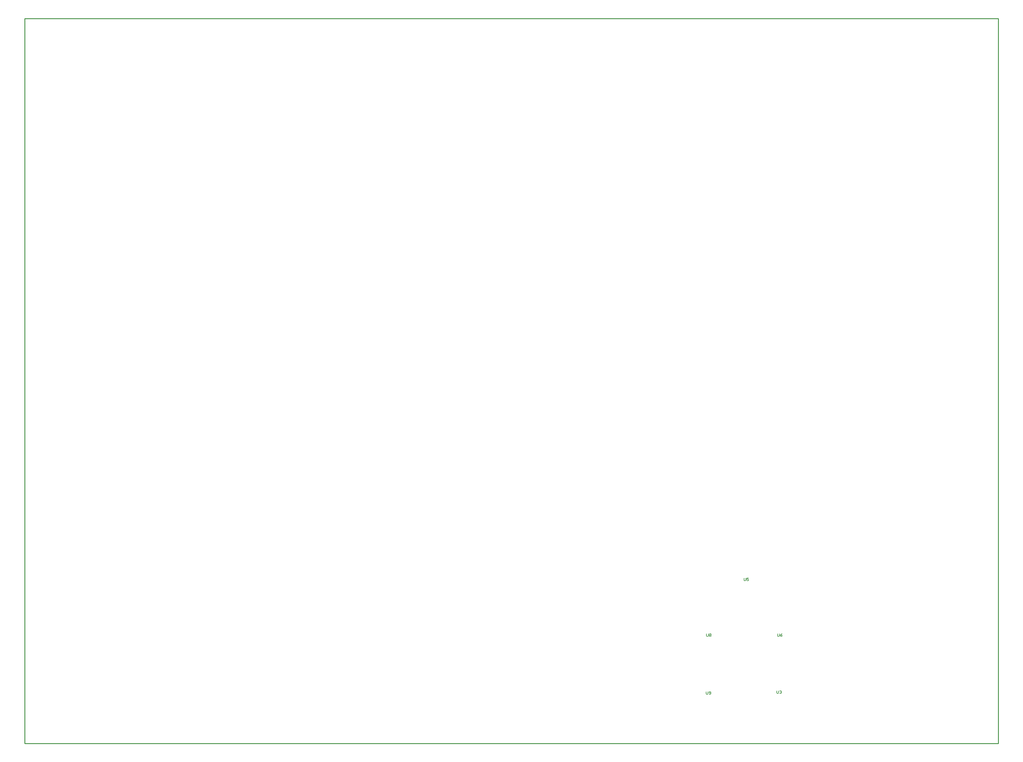
<source format=gm1>
G04*
G04 #@! TF.GenerationSoftware,Altium Limited,Altium Designer,20.1.12 (249)*
G04*
G04 Layer_Color=16711935*
%FSLAX25Y25*%
%MOIN*%
G70*
G04*
G04 #@! TF.SameCoordinates,4A7F9F3E-6CFA-4FBA-8C7F-EFD49E1ADEB1*
G04*
G04*
G04 #@! TF.FilePolarity,Positive*
G04*
G01*
G75*
%ADD13C,0.01000*%
%ADD15C,0.00591*%
D13*
X1418500Y863000D02*
X1418500Y42000D01*
X315500Y863000D02*
X1418500D01*
X315500Y42000D02*
X1418500D01*
X315500Y863000D02*
X315500Y42000D01*
D15*
X1087421Y100771D02*
Y98147D01*
X1087946Y97622D01*
X1088996D01*
X1089520Y98147D01*
Y100771D01*
X1090570Y98147D02*
X1091095Y97622D01*
X1092144D01*
X1092669Y98147D01*
Y100246D01*
X1092144Y100771D01*
X1091095D01*
X1090570Y100246D01*
Y99721D01*
X1091095Y99196D01*
X1092669D01*
X1087799Y166271D02*
Y163647D01*
X1088324Y163122D01*
X1089373D01*
X1089898Y163647D01*
Y166271D01*
X1090948Y165746D02*
X1091473Y166271D01*
X1092522D01*
X1093047Y165746D01*
Y165221D01*
X1092522Y164696D01*
X1093047Y164172D01*
Y163647D01*
X1092522Y163122D01*
X1091473D01*
X1090948Y163647D01*
Y164172D01*
X1091473Y164696D01*
X1090948Y165221D01*
Y165746D01*
X1091473Y164696D02*
X1092522D01*
X1168299Y166271D02*
Y163647D01*
X1168824Y163122D01*
X1169874D01*
X1170398Y163647D01*
Y166271D01*
X1173547D02*
X1172497Y165746D01*
X1171448Y164696D01*
Y163647D01*
X1171973Y163122D01*
X1173022D01*
X1173547Y163647D01*
Y164172D01*
X1173022Y164696D01*
X1171448D01*
X1130299Y229271D02*
Y226647D01*
X1130824Y226122D01*
X1131874D01*
X1132398Y226647D01*
Y229271D01*
X1135547D02*
X1133448D01*
Y227696D01*
X1134497Y228221D01*
X1135022D01*
X1135547Y227696D01*
Y226647D01*
X1135022Y226122D01*
X1133973D01*
X1133448Y226647D01*
X1167421Y101771D02*
Y99147D01*
X1167946Y98622D01*
X1168996D01*
X1169520Y99147D01*
Y101771D01*
X1170570Y101246D02*
X1171095Y101771D01*
X1172144D01*
X1172669Y101246D01*
Y100721D01*
X1172144Y100196D01*
X1171619D01*
X1172144D01*
X1172669Y99672D01*
Y99147D01*
X1172144Y98622D01*
X1171095D01*
X1170570Y99147D01*
M02*

</source>
